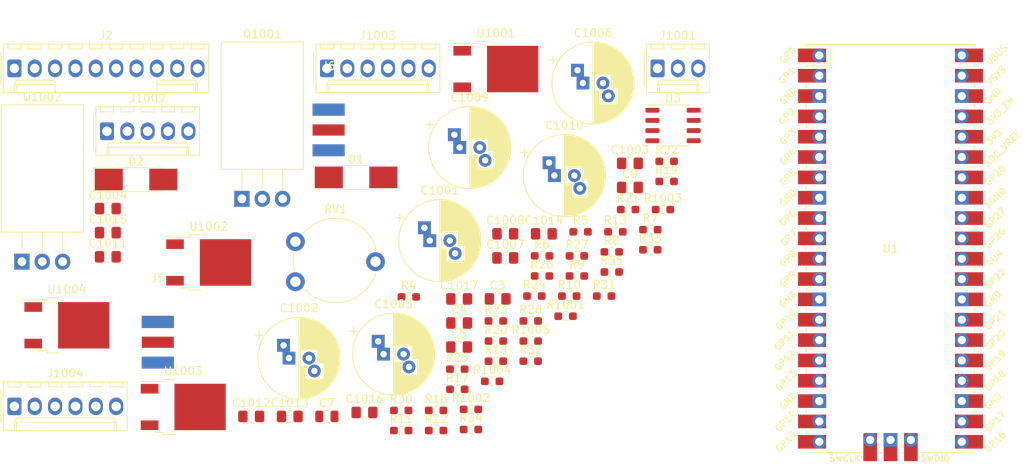
<source format=kicad_pcb>
(kicad_pcb (version 20171130) (host pcbnew "(5.1.12)-1")
  (layers (0 F.Cu signal) (31 B.Cu signal) (34 B.Paste user) (35 F.Paste user) (36 B.SilkS user) (37 F.SilkS user) (38 B.Mask user) (39 F.Mask user) (44 Edge.Cuts user))
  (net 0 "")
  (net 1 GND)
  (net 2 +5V)
  (net 3 +3V3)
  (net 4 "Net-(C6-Pad1)")
  (net 5 -5V)
  (net 6 "Net-(C1001-Pad1)")
  (net 7 "Net-(C1002-Pad1)")
  (net 8 +12V)
  (net 9 -12V)
  (net 10 "Net-(C1011-Pad1)")
  (net 11 "Net-(C1012-Pad1)")
  (net 12 "Net-(C1013-Pad1)")
  (net 13 "Net-(C1014-Pad1)")
  (net 14 "Net-(C1016-Pad1)")
  (net 15 "Net-(D1-Pad1)")
  (net 16 "Net-(D1-Pad2)")
  (net 17 "Net-(D2-Pad2)")
  (net 18 "Net-(D2-Pad1)")
  (net 19 "Net-(J2-Pad2)")
  (net 20 "Net-(J2-Pad3)")
  (net 21 "Net-(J2-Pad5)")
  (net 22 "Net-(J2-Pad6)")
  (net 23 "Net-(J2-Pad7)")
  (net 24 "Net-(J2-Pad8)")
  (net 25 "Net-(J2-Pad10)")
  (net 26 "Net-(J5-Pad1)")
  (net 27 "Net-(C13-Pad2)")
  (net 28 "Net-(J1004-Pad1)")
  (net 29 "Net-(J1004-Pad2)")
  (net 30 "Net-(J1004-Pad3)")
  (net 31 "Net-(J1004-Pad4)")
  (net 32 "Net-(J1004-Pad5)")
  (net 33 "Net-(J1004-Pad6)")
  (net 34 "Net-(Q1001-Pad1)")
  (net 35 "Net-(Q1002-Pad1)")
  (net 36 "Net-(C6-Pad2)")
  (net 37 "Net-(R4-Pad1)")
  (net 38 "Net-(R5-Pad1)")
  (net 39 "Net-(R16-Pad2)")
  (net 40 "Net-(R17-Pad2)")
  (net 41 "Net-(R6-Pad1)")
  (net 42 "Net-(R7-Pad1)")
  (net 43 "Net-(R18-Pad2)")
  (net 44 "Net-(R19-Pad2)")
  (net 45 "Net-(R8-Pad1)")
  (net 46 "Net-(R9-Pad1)")
  (net 47 "Net-(R20-Pad2)")
  (net 48 "Net-(R10-Pad2)")
  (net 49 "Net-(R10-Pad1)")
  (net 50 "Net-(R11-Pad1)")
  (net 51 "Net-(R11-Pad2)")
  (net 52 "Net-(R12-Pad2)")
  (net 53 "Net-(R12-Pad1)")
  (net 54 "Net-(R13-Pad1)")
  (net 55 "Net-(R13-Pad2)")
  (net 56 "Net-(R27-Pad1)")
  (net 57 "Net-(R28-Pad2)")
  (net 58 "Net-(J7-Pad1)")
  (net 59 "Net-(C13-Pad1)")
  (net 60 "Net-(U3-Pad1)")
  (net 61 "Net-(U3-Pad5)")
  (net 62 "Net-(U3-Pad8)")
  (net 63 "Net-(U1-Pad14)")
  (net 64 "Net-(U1-Pad29)")
  (net 65 "Net-(SW1-Pad2)")
  (net 66 "Net-(U1-Pad31)")
  (net 67 "Net-(U1-Pad32)")
  (net 68 "Net-(U1-Pad33)")
  (net 69 "Net-(U1-Pad34)")
  (net 70 "Net-(U1-Pad35)")
  (net 71 "Net-(U1-Pad37)")
  (net 72 "Net-(U1-Pad40)")
  (net 73 "Net-(U1-Pad41)")
  (net 74 "Net-(U1-Pad43)")
  (module Capacitor_SMD:C_0805_2012Metric_Pad1.18x1.45mm_HandSolder (layer F.Cu) (at 137.095001 102.235001)
    (fp_text reference C3 (at 0 -1.68) (layer F.SilkS))
    (fp_text value 100n)
    (pad 2 smd roundrect (at 1.0375 0) (size 1.175 1.45) (layers F.Cu F.Paste F.Mask) (roundrect_rratio 0.212766) (net 1 GND))
    (pad 1 smd roundrect (at -1.0375 0) (size 1.175 1.45) (layers F.Cu F.Paste F.Mask) (roundrect_rratio 0.212766) (net 2 +5V))
  )
  (module Capacitor_SMD:C_0805_2012Metric_Pad1.18x1.45mm_HandSolder (layer F.Cu) (at 132.285001 105.245001)
    (fp_text reference C4 (at 0 -1.68) (layer F.SilkS))
    (fp_text value 100n)
    (pad 1 smd roundrect (at -1.0375 0) (size 1.175 1.45) (layers F.Cu F.Paste F.Mask) (roundrect_rratio 0.212766) (net 3 +3V3))
    (pad 2 smd roundrect (at 1.0375 0) (size 1.175 1.45) (layers F.Cu F.Paste F.Mask) (roundrect_rratio 0.212766) (net 1 GND))
  )
  (module Capacitor_SMD:C_0805_2012Metric_Pad1.18x1.45mm_HandSolder (layer F.Cu) (at 132.285001 108.255001)
    (fp_text reference C5 (at 0 -1.68) (layer F.SilkS))
    (fp_text value 100n)
    (pad 2 smd roundrect (at 1.0375 0) (size 1.175 1.45) (layers F.Cu F.Paste F.Mask) (roundrect_rratio 0.212766) (net 1 GND))
    (pad 1 smd roundrect (at -1.0375 0) (size 1.175 1.45) (layers F.Cu F.Paste F.Mask) (roundrect_rratio 0.212766) (net 2 +5V))
  )
  (module Capacitor_SMD:C_0805_2012Metric (layer F.Cu) (at 115.785001 116.915001)
    (fp_text reference C7 (at 0 -1.68) (layer F.SilkS))
    (fp_text value 3.3p)
    (pad 1 smd roundrect (at -0.95 0) (size 1 1.45) (layers F.Cu F.Paste F.Mask) (net 4 "Net-(C6-Pad1)"))
    (pad 2 smd roundrect (at 0.95 0) (size 1 1.45) (layers F.Cu F.Paste F.Mask) (net 1 GND))
  )
  (module Capacitor_SMD:C_0805_2012Metric_Pad1.18x1.45mm_HandSolder (layer F.Cu) (at 153.595001 88.315001)
    (fp_text reference C9 (at 0 -1.68) (layer F.SilkS))
    (fp_text value 100n)
    (pad 1 smd roundrect (at -1.0375 0) (size 1.175 1.45) (layers F.Cu F.Paste F.Mask) (roundrect_rratio 0.212766) (net 1 GND))
    (pad 2 smd roundrect (at 1.0375 0) (size 1.175 1.45) (layers F.Cu F.Paste F.Mask) (roundrect_rratio 0.212766) (net 5 -5V))
  )
  (module Capacitor_THT:CP_Radial_D10.0mm_P2.50mm_P5.00mm (layer F.Cu) (at 128.619647 94.955001)
    (fp_text reference C1001 (at 1.25 -6.25) (layer F.SilkS))
    (fp_text value "100u 50V")
    (pad 2 thru_hole circle (at 3.170937 1.6) (size 1.6 1.6) (drill 0.8) (layers *.Cu *.Mask) (net 1 GND))
    (pad 1 thru_hole rect (at -0.670937 -1.6) (size 1.6 1.6) (drill 0.8) (layers *.Cu *.Mask) (net 6 "Net-(C1001-Pad1)"))
    (pad 2 thru_hole circle (at 2.5 0) (size 1.6 1.6) (drill 0.8) (layers *.Cu *.Mask) (net 1 GND))
    (pad 1 thru_hole rect (at 0 0) (size 1.6 1.6) (drill 0.8) (layers *.Cu *.Mask) (net 6 "Net-(C1001-Pad1)"))
  )
  (module Capacitor_THT:CP_Radial_D10.0mm_P2.50mm_P5.00mm (layer F.Cu) (at 111.049647 109.635001)
    (fp_text reference C1002 (at 1.25 -6.25) (layer F.SilkS))
    (fp_text value "100u 50V")
    (pad 2 thru_hole circle (at 3.170937 1.6) (size 1.6 1.6) (drill 0.8) (layers *.Cu *.Mask) (net 1 GND))
    (pad 1 thru_hole rect (at -0.670937 -1.6) (size 1.6 1.6) (drill 0.8) (layers *.Cu *.Mask) (net 7 "Net-(C1002-Pad1)"))
    (pad 2 thru_hole circle (at 2.5 0) (size 1.6 1.6) (drill 0.8) (layers *.Cu *.Mask) (net 1 GND))
    (pad 1 thru_hole rect (at 0 0) (size 1.6 1.6) (drill 0.8) (layers *.Cu *.Mask) (net 7 "Net-(C1002-Pad1)"))
  )
  (module Capacitor_SMD:C_0805_2012Metric_Pad1.18x1.45mm_HandSolder (layer F.Cu) (at 153.595001 85.305001)
    (fp_text reference C1003 (at 0 -1.68) (layer F.SilkS))
    (fp_text value 100n)
    (pad 2 smd roundrect (at 1.0375 0) (size 1.175 1.45) (layers F.Cu F.Paste F.Mask) (roundrect_rratio 0.212766) (net 1 GND))
    (pad 1 smd roundrect (at -1.0375 0) (size 1.175 1.45) (layers F.Cu F.Paste F.Mask) (roundrect_rratio 0.212766) (net 8 +12V))
  )
  (module Capacitor_SMD:C_0805_2012Metric_Pad1.18x1.45mm_HandSolder (layer F.Cu) (at 88.455001 90.955001)
    (fp_text reference C1004 (at 0 -1.68) (layer F.SilkS))
    (fp_text value 100n)
    (pad 1 smd roundrect (at -1.0375 0) (size 1.175 1.45) (layers F.Cu F.Paste F.Mask) (roundrect_rratio 0.212766) (net 1 GND))
    (pad 2 smd roundrect (at 1.0375 0) (size 1.175 1.45) (layers F.Cu F.Paste F.Mask) (roundrect_rratio 0.212766) (net 9 -12V))
  )
  (module Capacitor_THT:CP_Radial_D10.0mm_P2.50mm_P5.00mm (layer F.Cu) (at 122.859647 109.135001)
    (fp_text reference C1005 (at 1.25 -6.25) (layer F.SilkS))
    (fp_text value "100u 50V")
    (pad 1 thru_hole rect (at 0 0) (size 1.6 1.6) (drill 0.8) (layers *.Cu *.Mask) (net 8 +12V))
    (pad 2 thru_hole circle (at 2.5 0) (size 1.6 1.6) (drill 0.8) (layers *.Cu *.Mask) (net 1 GND))
    (pad 1 thru_hole rect (at -0.670937 -1.6) (size 1.6 1.6) (drill 0.8) (layers *.Cu *.Mask) (net 8 +12V))
    (pad 2 thru_hole circle (at 3.170937 1.6) (size 1.6 1.6) (drill 0.8) (layers *.Cu *.Mask) (net 1 GND))
  )
  (module Capacitor_THT:CP_Radial_D10.0mm_P2.50mm_P5.00mm (layer F.Cu) (at 147.729647 75.275001)
    (fp_text reference C1006 (at 1.25 -6.25) (layer F.SilkS))
    (fp_text value "100u 50V")
    (pad 1 thru_hole rect (at 0 0) (size 1.6 1.6) (drill 0.8) (layers *.Cu *.Mask) (net 9 -12V))
    (pad 2 thru_hole circle (at 2.5 0) (size 1.6 1.6) (drill 0.8) (layers *.Cu *.Mask) (net 1 GND))
    (pad 1 thru_hole rect (at -0.670937 -1.6) (size 1.6 1.6) (drill 0.8) (layers *.Cu *.Mask) (net 9 -12V))
    (pad 2 thru_hole circle (at 3.170937 1.6) (size 1.6 1.6) (drill 0.8) (layers *.Cu *.Mask) (net 1 GND))
  )
  (module Capacitor_SMD:C_0805_2012Metric_Pad1.18x1.45mm_HandSolder (layer F.Cu) (at 138.045001 97.115001)
    (fp_text reference C1007 (at 0 -1.68) (layer F.SilkS))
    (fp_text value 100n)
    (pad 1 smd roundrect (at -1.0375 0) (size 1.175 1.45) (layers F.Cu F.Paste F.Mask) (roundrect_rratio 0.212766) (net 2 +5V))
    (pad 2 smd roundrect (at 1.0375 0) (size 1.175 1.45) (layers F.Cu F.Paste F.Mask) (roundrect_rratio 0.212766) (net 1 GND))
  )
  (module Capacitor_SMD:C_0805_2012Metric_Pad1.18x1.45mm_HandSolder (layer F.Cu) (at 138.045001 94.105001)
    (fp_text reference C1008 (at 0 -1.68) (layer F.SilkS))
    (fp_text value 100n)
    (pad 2 smd roundrect (at 1.0375 0) (size 1.175 1.45) (layers F.Cu F.Paste F.Mask) (roundrect_rratio 0.212766) (net 5 -5V))
    (pad 1 smd roundrect (at -1.0375 0) (size 1.175 1.45) (layers F.Cu F.Paste F.Mask) (roundrect_rratio 0.212766) (net 1 GND))
  )
  (module Capacitor_THT:CP_Radial_D10.0mm_P2.50mm_P5.00mm (layer F.Cu) (at 132.359647 83.325001)
    (fp_text reference C1009 (at 1.25 -6.25) (layer F.SilkS))
    (fp_text value "100u 50V")
    (pad 2 thru_hole circle (at 3.170937 1.6) (size 1.6 1.6) (drill 0.8) (layers *.Cu *.Mask) (net 1 GND))
    (pad 1 thru_hole rect (at -0.670937 -1.6) (size 1.6 1.6) (drill 0.8) (layers *.Cu *.Mask) (net 2 +5V))
    (pad 2 thru_hole circle (at 2.5 0) (size 1.6 1.6) (drill 0.8) (layers *.Cu *.Mask) (net 1 GND))
    (pad 1 thru_hole rect (at 0 0) (size 1.6 1.6) (drill 0.8) (layers *.Cu *.Mask) (net 2 +5V))
  )
  (module Capacitor_THT:CP_Radial_D10.0mm_P2.50mm_P5.00mm (layer F.Cu) (at 144.169647 86.825001)
    (fp_text reference C1010 (at 1.25 -6.25) (layer F.SilkS))
    (fp_text value "100u 50V")
    (pad 1 thru_hole rect (at 0 0) (size 1.6 1.6) (drill 0.8) (layers *.Cu *.Mask) (net 5 -5V))
    (pad 2 thru_hole circle (at 2.5 0) (size 1.6 1.6) (drill 0.8) (layers *.Cu *.Mask) (net 1 GND))
    (pad 1 thru_hole rect (at -0.670937 -1.6) (size 1.6 1.6) (drill 0.8) (layers *.Cu *.Mask) (net 5 -5V))
    (pad 2 thru_hole circle (at 3.170937 1.6) (size 1.6 1.6) (drill 0.8) (layers *.Cu *.Mask) (net 1 GND))
  )
  (module Capacitor_SMD:C_0805_2012Metric_Pad1.18x1.45mm_HandSolder (layer F.Cu) (at 88.455001 96.975001)
    (fp_text reference C1011 (at 0 -1.68) (layer F.SilkS))
    (fp_text value 100n)
    (pad 1 smd roundrect (at -1.0375 0) (size 1.175 1.45) (layers F.Cu F.Paste F.Mask) (roundrect_rratio 0.212766) (net 10 "Net-(C1011-Pad1)"))
    (pad 2 smd roundrect (at 1.0375 0) (size 1.175 1.45) (layers F.Cu F.Paste F.Mask) (roundrect_rratio 0.212766) (net 1 GND))
  )
  (module Capacitor_SMD:C_0805_2012Metric_Pad1.18x1.45mm_HandSolder (layer F.Cu) (at 106.345001 116.915001)
    (fp_text reference C1012 (at 0 -1.68) (layer F.SilkS))
    (fp_text value 100n)
    (pad 2 smd roundrect (at 1.0375 0) (size 1.175 1.45) (layers F.Cu F.Paste F.Mask) (roundrect_rratio 0.212766) (net 1 GND))
    (pad 1 smd roundrect (at -1.0375 0) (size 1.175 1.45) (layers F.Cu F.Paste F.Mask) (roundrect_rratio 0.212766) (net 11 "Net-(C1012-Pad1)"))
  )
  (module Capacitor_SMD:C_0805_2012Metric_Pad1.18x1.45mm_HandSolder (layer F.Cu) (at 111.155001 116.915001)
    (fp_text reference C1013 (at 0 -1.68) (layer F.SilkS))
    (fp_text value 100n)
    (pad 1 smd roundrect (at -1.0375 0) (size 1.175 1.45) (layers F.Cu F.Paste F.Mask) (roundrect_rratio 0.212766) (net 12 "Net-(C1013-Pad1)"))
    (pad 2 smd roundrect (at 1.0375 0) (size 1.175 1.45) (layers F.Cu F.Paste F.Mask) (roundrect_rratio 0.212766) (net 1 GND))
  )
  (module Capacitor_SMD:C_0805_2012Metric_Pad1.18x1.45mm_HandSolder (layer F.Cu) (at 142.855001 94.105001)
    (fp_text reference C1014 (at 0 -1.68) (layer F.SilkS))
    (fp_text value 100n)
    (pad 1 smd roundrect (at -1.0375 0) (size 1.175 1.45) (layers F.Cu F.Paste F.Mask) (roundrect_rratio 0.212766) (net 13 "Net-(C1014-Pad1)"))
    (pad 2 smd roundrect (at 1.0375 0) (size 1.175 1.45) (layers F.Cu F.Paste F.Mask) (roundrect_rratio 0.212766) (net 1 GND))
  )
  (module Capacitor_SMD:C_0805_2012Metric_Pad1.18x1.45mm_HandSolder (layer F.Cu) (at 88.455001 93.965001)
    (fp_text reference C1015 (at 0 -1.68) (layer F.SilkS))
    (fp_text value 100n)
    (pad 2 smd roundrect (at 1.0375 0) (size 1.175 1.45) (layers F.Cu F.Paste F.Mask) (roundrect_rratio 0.212766) (net 1 GND))
    (pad 1 smd roundrect (at -1.0375 0) (size 1.175 1.45) (layers F.Cu F.Paste F.Mask) (roundrect_rratio 0.212766) (net 13 "Net-(C1014-Pad1)"))
  )
  (module Capacitor_SMD:C_0805_2012Metric_Pad1.18x1.45mm_HandSolder (layer F.Cu) (at 120.475001 116.415001)
    (fp_text reference C1016 (at 0 -1.68) (layer F.SilkS))
    (fp_text value 100n)
    (pad 1 smd roundrect (at -1.0375 0) (size 1.175 1.45) (layers F.Cu F.Paste F.Mask) (roundrect_rratio 0.212766) (net 14 "Net-(C1016-Pad1)"))
    (pad 2 smd roundrect (at 1.0375 0) (size 1.175 1.45) (layers F.Cu F.Paste F.Mask) (roundrect_rratio 0.212766) (net 1 GND))
  )
  (module Capacitor_SMD:C_0805_2012Metric_Pad1.18x1.45mm_HandSolder (layer F.Cu) (at 132.285001 102.235001)
    (fp_text reference C1017 (at 0 -1.68) (layer F.SilkS))
    (fp_text value 100n)
    (pad 2 smd roundrect (at 1.0375 0) (size 1.175 1.45) (layers F.Cu F.Paste F.Mask) (roundrect_rratio 0.212766) (net 1 GND))
    (pad 1 smd roundrect (at -1.0375 0) (size 1.175 1.45) (layers F.Cu F.Paste F.Mask) (roundrect_rratio 0.212766) (net 14 "Net-(C1016-Pad1)"))
  )
  (module Diode_SMD:D_MELF_Handsoldering (layer F.Cu) (at 119.425001 87.055001)
    (fp_text reference D1 (at 0 -2.25) (layer F.SilkS))
    (fp_text value 4148)
    (pad 1 smd rect (at -3.4 0) (size 3.5 2.7) (layers F.Cu F.Paste F.Mask) (net 15 "Net-(D1-Pad1)"))
    (pad 2 smd rect (at 3.4 0) (size 3.5 2.7) (layers F.Cu F.Paste F.Mask) (net 16 "Net-(D1-Pad2)"))
  )
  (module Diode_SMD:D_MELF_Handsoldering (layer F.Cu) (at 91.975001 87.325001)
    (fp_text reference D2 (at 0 -2.25) (layer F.SilkS))
    (fp_text value 4148)
    (pad 2 smd rect (at 3.4 0) (size 3.5 2.7) (layers F.Cu F.Paste F.Mask) (net 17 "Net-(D2-Pad2)"))
    (pad 1 smd rect (at -3.4 0) (size 3.5 2.7) (layers F.Cu F.Paste F.Mask) (net 18 "Net-(D2-Pad1)"))
  )
  (module Connector_Molex:Molex_KK-254_AE-6410-10A_1x10_P2.54mm_Vertical (layer F.Cu) (at 76.795001 73.445001)
    (fp_text reference J2 (at 11.43 -4.12) (layer F.SilkS))
    (fp_text value "Conn afficheur")
    (pad 1 thru_hole roundrect (at 0 0) (size 1.74 2.19) (drill 1.19) (layers *.Cu *.Mask) (roundrect_rratio 0.143678) (net 2 +5V))
    (pad 2 thru_hole oval (at 2.54 0) (size 1.74 2.19) (drill 1.19) (layers *.Cu *.Mask) (net 19 "Net-(J2-Pad2)"))
    (pad 3 thru_hole oval (at 5.08 0) (size 1.74 2.19) (drill 1.19) (layers *.Cu *.Mask) (net 20 "Net-(J2-Pad3)"))
    (pad 4 thru_hole oval (at 7.62 0) (size 1.74 2.19) (drill 1.19) (layers *.Cu *.Mask) (net 1 GND))
    (pad 5 thru_hole oval (at 10.16 0) (size 1.74 2.19) (drill 1.19) (layers *.Cu *.Mask) (net 21 "Net-(J2-Pad5)"))
    (pad 6 thru_hole oval (at 12.7 0) (size 1.74 2.19) (drill 1.19) (layers *.Cu *.Mask) (net 22 "Net-(J2-Pad6)"))
    (pad 7 thru_hole oval (at 15.24 0) (size 1.74 2.19) (drill 1.19) (layers *.Cu *.Mask) (net 23 "Net-(J2-Pad7)"))
    (pad 8 thru_hole oval (at 17.78 0) (size 1.74 2.19) (drill 1.19) (layers *.Cu *.Mask) (net 24 "Net-(J2-Pad8)"))
    (pad 9 thru_hole oval (at 20.32 0) (size 1.74 2.19) (drill 1.19) (layers *.Cu *.Mask) (net 3 +3V3))
    (pad 10 thru_hole oval (at 22.86 0) (size 1.74 2.19) (drill 1.19) (layers *.Cu *.Mask) (net 25 "Net-(J2-Pad10)"))
  )
  (module SMA_PINS:SMA_EDGE_NRW (layer F.Cu) (at 94.69 107.65)
    (fp_text reference J5 (at 0 -8) (layer F.SilkS))
    (fp_text value SMA hide)
    (pad 1 smd rect (at 0 0) (size 4 1.4) (layers F.Cu F.Paste F.Mask) (net 26 "Net-(J5-Pad1)"))
    (pad 2 smd rect (at 0 -2.54) (size 4 1.5) (layers F.Cu F.Paste F.Mask) (net 1 GND))
    (pad 2 smd rect (at 0 2.54) (size 4 1.5) (layers F.Cu F.Paste F.Mask) (net 1 GND))
    (pad 2 smd rect (at 0 -2.54) (size 4 1.5) (layers B.Cu B.Paste B.Mask) (net 1 GND))
    (pad 2 smd rect (at 0 2.54) (size 4 1.5) (layers B.Cu B.Paste B.Mask) (net 1 GND))
  )
  (module SMA_PINS:SMA_EDGE_NRW (layer F.Cu) (at 116 81.14)
    (fp_text reference J6 (at 0 -8) (layer F.SilkS))
    (fp_text value SMA hide)
    (pad 2 smd rect (at 0 2.54) (size 4 1.5) (layers B.Cu B.Paste B.Mask) (net 1 GND))
    (pad 2 smd rect (at 0 -2.54) (size 4 1.5) (layers B.Cu B.Paste B.Mask) (net 1 GND))
    (pad 2 smd rect (at 0 2.54) (size 4 1.5) (layers F.Cu F.Paste F.Mask) (net 1 GND))
    (pad 2 smd rect (at 0 -2.54) (size 4 1.5) (layers F.Cu F.Paste F.Mask) (net 1 GND))
    (pad 1 smd rect (at 0 0) (size 4 1.4) (layers F.Cu F.Paste F.Mask) (net 27 "Net-(C13-Pad2)"))
  )
  (module Connector_Molex:Molex_KK-254_AE-6410-03A_1x03_P2.54mm_Vertical (layer F.Cu) (at 157.045001 73.445001)
    (fp_text reference J1001 (at 2.54 -4.12) (layer F.SilkS))
    (fp_text value Conn_01x03)
    (pad 1 thru_hole roundrect (at 0 0) (size 1.74 2.19) (drill 1.19) (layers *.Cu *.Mask) (roundrect_rratio 0.143678) (net 7 "Net-(C1002-Pad1)"))
    (pad 2 thru_hole oval (at 2.54 0) (size 1.74 2.19) (drill 1.19) (layers *.Cu *.Mask) (net 1 GND))
    (pad 3 thru_hole oval (at 5.08 0) (size 1.74 2.19) (drill 1.19) (layers *.Cu *.Mask) (net 6 "Net-(C1001-Pad1)"))
  )
  (module Connector_Molex:Molex_KK-254_AE-6410-05A_1x05_P2.54mm_Vertical (layer F.Cu) (at 88.345001 81.295001)
    (fp_text reference J1002 (at 5.08 -4.12) (layer F.SilkS))
    (fp_text value Conn_01x05)
    (pad 1 thru_hole roundrect (at 0 0) (size 1.74 2.19) (drill 1.19) (layers *.Cu *.Mask) (roundrect_rratio 0.143678) (net 9 -12V))
    (pad 2 thru_hole oval (at 2.54 0) (size 1.74 2.19) (drill 1.19) (layers *.Cu *.Mask) (net 5 -5V))
    (pad 3 thru_hole oval (at 5.08 0) (size 1.74 2.19) (drill 1.19) (layers *.Cu *.Mask) (net 1 GND))
    (pad 4 thru_hole oval (at 7.62 0) (size 1.74 2.19) (drill 1.19) (layers *.Cu *.Mask) (net 2 +5V))
    (pad 5 thru_hole oval (at 10.16 0) (size 1.74 2.19) (drill 1.19) (layers *.Cu *.Mask) (net 8 +12V))
  )
  (module Connector_Molex:Molex_KK-254_AE-6410-06A_1x06_P2.54mm_Vertical (layer F.Cu) (at 115.795001 73.445001)
    (fp_text reference J1003 (at 6.35 -4.12) (layer F.SilkS))
    (fp_text value Conn_01x06)
    (pad 6 thru_hole oval (at 12.7 0) (size 1.74 2.19) (drill 1.19) (layers *.Cu *.Mask) (net 1 GND))
    (pad 5 thru_hole oval (at 10.16 0) (size 1.74 2.19) (drill 1.19) (layers *.Cu *.Mask) (net 14 "Net-(C1016-Pad1)"))
    (pad 4 thru_hole oval (at 7.62 0) (size 1.74 2.19) (drill 1.19) (layers *.Cu *.Mask) (net 13 "Net-(C1014-Pad1)"))
    (pad 3 thru_hole oval (at 5.08 0) (size 1.74 2.19) (drill 1.19) (layers *.Cu *.Mask) (net 12 "Net-(C1013-Pad1)"))
    (pad 2 thru_hole oval (at 2.54 0) (size 1.74 2.19) (drill 1.19) (layers *.Cu *.Mask) (net 11 "Net-(C1012-Pad1)"))
    (pad 1 thru_hole roundrect (at 0 0) (size 1.74 2.19) (drill 1.19) (layers *.Cu *.Mask) (roundrect_rratio 0.143678) (net 10 "Net-(C1011-Pad1)"))
  )
  (module Connector_Molex:Molex_KK-254_AE-6410-06A_1x06_P2.54mm_Vertical (layer F.Cu) (at 76.795001 115.655001)
    (fp_text reference J1004 (at 6.35 -4.12) (layer F.SilkS))
    (fp_text value Conn_01x06)
    (pad 1 thru_hole roundrect (at 0 0) (size 1.74 2.19) (drill 1.19) (layers *.Cu *.Mask) (roundrect_rratio 0.143678) (net 28 "Net-(J1004-Pad1)"))
    (pad 2 thru_hole oval (at 2.54 0) (size 1.74 2.19) (drill 1.19) (layers *.Cu *.Mask) (net 29 "Net-(J1004-Pad2)"))
    (pad 3 thru_hole oval (at 5.08 0) (size 1.74 2.19) (drill 1.19) (layers *.Cu *.Mask) (net 30 "Net-(J1004-Pad3)"))
    (pad 4 thru_hole oval (at 7.62 0) (size 1.74 2.19) (drill 1.19) (layers *.Cu *.Mask) (net 31 "Net-(J1004-Pad4)"))
    (pad 5 thru_hole oval (at 10.16 0) (size 1.74 2.19) (drill 1.19) (layers *.Cu *.Mask) (net 32 "Net-(J1004-Pad5)"))
    (pad 6 thru_hole oval (at 12.7 0) (size 1.74 2.19) (drill 1.19) (layers *.Cu *.Mask) (net 33 "Net-(J1004-Pad6)"))
  )
  (module Package_TO_SOT_THT:TO-220-3_Horizontal_TabDown (layer F.Cu) (at 105.185001 89.735001)
    (fp_text reference Q1001 (at 2.54 -20.58) (layer F.SilkS))
    (fp_text value NTE2633)
    (pad 3 thru_hole oval (at 5.08 0) (size 1.905 2) (drill 1.1) (layers *.Cu *.Mask) (net 16 "Net-(D1-Pad2)"))
    (pad 2 thru_hole oval (at 2.54 0) (size 1.905 2) (drill 1.1) (layers *.Cu *.Mask) (net 8 +12V))
    (pad 1 thru_hole rect (at 0 0) (size 1.905 2) (drill 1.1) (layers *.Cu *.Mask) (net 34 "Net-(Q1001-Pad1)"))
    (pad "" np_thru_hole oval (at 2.54 -16.66) (size 3.5 3.5) (drill 3.5) (layers *.Cu *.Mask))
  )
  (module Package_TO_SOT_THT:TO-220-3_Horizontal_TabDown (layer F.Cu) (at 77.735001 97.585001)
    (fp_text reference Q1002 (at 2.54 -20.58) (layer F.SilkS))
    (fp_text value NTE2634)
    (pad "" np_thru_hole oval (at 2.54 -16.66) (size 3.5 3.5) (drill 3.5) (layers *.Cu *.Mask))
    (pad 1 thru_hole rect (at 0 0) (size 1.905 2) (drill 1.1) (layers *.Cu *.Mask) (net 35 "Net-(Q1002-Pad1)"))
    (pad 2 thru_hole oval (at 2.54 0) (size 1.905 2) (drill 1.1) (layers *.Cu *.Mask) (net 9 -12V))
    (pad 3 thru_hole oval (at 5.08 0) (size 1.905 2) (drill 1.1) (layers *.Cu *.Mask) (net 18 "Net-(D2-Pad1)"))
  )
  (module Resistor_SMD:R_0603_1608Metric_Pad0.98x0.95mm_HandSolder (layer F.Cu) (at 126.005001 101.985001)
    (fp_text reference R4 (at 0 -1.43) (layer F.SilkS))
    (fp_text value 2k)
    (pad 2 smd roundrect (at 0.9125 0) (size 0.975 0.95) (layers F.Cu F.Paste F.Mask) (net 36 "Net-(C6-Pad2)"))
    (pad 1 smd roundrect (at -0.9125 0) (size 0.975 0.95) (layers F.Cu F.Paste F.Mask) (net 37 "Net-(R4-Pad1)"))
  )
  (module Resistor_SMD:R_0603_1608Metric_Pad0.98x0.95mm_HandSolder (layer F.Cu) (at 147.435001 93.855001)
    (fp_text reference R5 (at 0 -1.43) (layer F.SilkS))
    (fp_text value 2k)
    (pad 1 smd roundrect (at -0.9125 0) (size 0.975 0.95) (layers F.Cu F.Paste F.Mask) (net 38 "Net-(R5-Pad1)"))
    (pad 2 smd roundrect (at 0.9125 0) (size 0.975 0.95) (layers F.Cu F.Paste F.Mask) (net 39 "Net-(R16-Pad2)"))
  )
  (module Resistor_SMD:R_0603_1608Metric_Pad0.98x0.95mm_HandSolder (layer F.Cu) (at 142.625001 96.865001)
    (fp_text reference R6 (at 0 -1.43) (layer F.SilkS))
    (fp_text value 2k)
    (pad 2 smd roundrect (at 0.9125 0) (size 0.975 0.95) (layers F.Cu F.Paste F.Mask) (net 40 "Net-(R17-Pad2)"))
    (pad 1 smd roundrect (at -0.9125 0) (size 0.975 0.95) (layers F.Cu F.Paste F.Mask) (net 41 "Net-(R6-Pad1)"))
  )
  (module Resistor_SMD:R_0603_1608Metric_Pad0.98x0.95mm_HandSolder (layer F.Cu) (at 156.135001 93.585001)
    (fp_text reference R7 (at 0 -1.43) (layer F.SilkS))
    (fp_text value 2k)
    (pad 1 smd roundrect (at -0.9125 0) (size 0.975 0.95) (layers F.Cu F.Paste F.Mask) (net 42 "Net-(R7-Pad1)"))
    (pad 2 smd roundrect (at 0.9125 0) (size 0.975 0.95) (layers F.Cu F.Paste F.Mask) (net 43 "Net-(R18-Pad2)"))
  )
  (module Resistor_SMD:R_0603_1608Metric_Pad0.98x0.95mm_HandSolder (layer F.Cu) (at 151.325001 96.365001)
    (fp_text reference R8 (at 0 -1.43) (layer F.SilkS))
    (fp_text value 2k)
    (pad 2 smd roundrect (at 0.9125 0) (size 0.975 0.95) (layers F.Cu F.Paste F.Mask) (net 44 "Net-(R19-Pad2)"))
    (pad 1 smd roundrect (at -0.9125 0) (size 0.975 0.95) (layers F.Cu F.Paste F.Mask) (net 45 "Net-(R8-Pad1)"))
  )
  (module Resistor_SMD:R_0603_1608Metric_Pad0.98x0.95mm_HandSolder (layer F.Cu) (at 146.975001 99.375001)
    (fp_text reference R9 (at 0 -1.43) (layer F.SilkS))
    (fp_text value 2k)
    (pad 1 smd roundrect (at -0.9125 0) (size 0.975 0.95) (layers F.Cu F.Paste F.Mask) (net 46 "Net-(R9-Pad1)"))
    (pad 2 smd roundrect (at 0.9125 0) (size 0.975 0.95) (layers F.Cu F.Paste F.Mask) (net 47 "Net-(R20-Pad2)"))
  )
  (module Resistor_SMD:R_0603_1608Metric_Pad0.98x0.95mm_HandSolder (layer F.Cu) (at 146.025001 101.885001)
    (fp_text reference R10 (at 0 -1.43) (layer F.SilkS))
    (fp_text value 2k)
    (pad 2 smd roundrect (at 0.9125 0) (size 0.975 0.95) (layers F.Cu F.Paste F.Mask) (net 48 "Net-(R10-Pad2)"))
    (pad 1 smd roundrect (at -0.9125 0) (size 0.975 0.95) (layers F.Cu F.Paste F.Mask) (net 49 "Net-(R10-Pad1)"))
  )
  (module Resistor_SMD:R_0603_1608Metric_Pad0.98x0.95mm_HandSolder (layer F.Cu) (at 125.055001 118.675001)
    (fp_text reference R11 (at 0 -1.43) (layer F.SilkS))
    (fp_text value 2k)
    (pad 1 smd roundrect (at -0.9125 0) (size 0.975 0.95) (layers F.Cu F.Paste F.Mask) (net 50 "Net-(R11-Pad1)"))
    (pad 2 smd roundrect (at 0.9125 0) (size 0.975 0.95) (layers F.Cu F.Paste F.Mask) (net 51 "Net-(R11-Pad2)"))
  )
  (module Resistor_SMD:R_0603_1608Metric_Pad0.98x0.95mm_HandSolder (layer F.Cu) (at 129.405001 118.675001)
    (fp_text reference R12 (at 0 -1.43) (layer F.SilkS))
    (fp_text value 2k)
    (pad 2 smd roundrect (at 0.9125 0) (size 0.975 0.95) (layers F.Cu F.Paste F.Mask) (net 52 "Net-(R12-Pad2)"))
    (pad 1 smd roundrect (at -0.9125 0) (size 0.975 0.95) (layers F.Cu F.Paste F.Mask) (net 53 "Net-(R12-Pad1)"))
  )
  (module Resistor_SMD:R_0603_1608Metric_Pad0.98x0.95mm_HandSolder (layer F.Cu) (at 151.785001 93.855001)
    (fp_text reference R13 (at 0 -1.43) (layer F.SilkS))
    (fp_text value 2k)
    (pad 1 smd roundrect (at -0.9125 0) (size 0.975 0.95) (layers F.Cu F.Paste F.Mask) (net 54 "Net-(R13-Pad1)"))
    (pad 2 smd roundrect (at 0.9125 0) (size 0.975 0.95) (layers F.Cu F.Paste F.Mask) (net 55 "Net-(R13-Pad2)"))
  )
  (module Resistor_SMD:R_0603_1608Metric_Pad0.98x0.95mm_HandSolder (layer F.Cu) (at 129.405001 116.165001)
    (fp_text reference R16 (at 0 -1.43) (layer F.SilkS))
    (fp_text value 1k)
    (pad 2 smd roundrect (at 0.9125 0) (size 0.975 0.95) (layers F.Cu F.Paste F.Mask) (net 39 "Net-(R16-Pad2)"))
    (pad 1 smd roundrect (at -0.9125 0) (size 0.975 0.95) (layers F.Cu F.Paste F.Mask) (net 36 "Net-(C6-Pad2)"))
  )
  (module Resistor_SMD:R_0603_1608Metric_Pad0.98x0.95mm_HandSolder (layer F.Cu) (at 132.055001 113.525001)
    (fp_text reference R17 (at 0 -1.43) (layer F.SilkS))
    (fp_text value 1k)
    (pad 2 smd roundrect (at 0.9125 0) (size 0.975 0.95) (layers F.Cu F.Paste F.Mask) (net 40 "Net-(R17-Pad2)"))
    (pad 1 smd roundrect (at -0.9125 0) (size 0.975 0.95) (layers F.Cu F.Paste F.Mask) (net 39 "Net-(R16-Pad2)"))
  )
  (module Resistor_SMD:R_0603_1608Metric_Pad0.98x0.95mm_HandSolder (layer F.Cu) (at 136.865001 110.015001)
    (fp_text reference R18 (at 0 -1.43) (layer F.SilkS))
    (fp_text value 1k)
    (pad 1 smd roundrect (at -0.9125 0) (size 0.975 0.95) (layers F.Cu F.Paste F.Mask) (net 40 "Net-(R17-Pad2)"))
    (pad 2 smd roundrect (at 0.9125 0) (size 0.975 0.95) (layers F.Cu F.Paste F.Mask) (net 43 "Net-(R18-Pad2)"))
  )
  (module Resistor_SMD:R_0603_1608Metric_Pad0.98x0.95mm_HandSolder (layer F.Cu) (at 158.175001 87.565001)
    (fp_text reference R19 (at 0 -1.43) (layer F.SilkS))
    (fp_text value 1k)
    (pad 2 smd roundrect (at 0.9125 0) (size 0.975 0.95) (layers F.Cu F.Paste F.Mask) (net 44 "Net-(R19-Pad2)"))
    (pad 1 smd roundrect (at -0.9125 0) (size 0.975 0.95) (layers F.Cu F.Paste F.Mask) (net 43 "Net-(R18-Pad2)"))
  )
  (module Resistor_SMD:R_0603_1608Metric_Pad0.98x0.95mm_HandSolder (layer F.Cu) (at 136.865001 107.505001)
    (fp_text reference R20 (at 0 -1.43) (layer F.SilkS))
    (fp_text value 1k)
    (pad 1 smd roundrect (at -0.9125 0) (size 0.975 0.95) (layers F.Cu F.Paste F.Mask) (net 44 "Net-(R19-Pad2)"))
    (pad 2 smd roundrect (at 0.9125 0) (size 0.975 0.95) (layers F.Cu F.Paste F.Mask) (net 47 "Net-(R20-Pad2)"))
  )
  (module Resistor_SMD:R_0603_1608Metric_Pad0.98x0.95mm_HandSolder (layer F.Cu) (at 153.365001 91.075001)
    (fp_text reference R21 (at 0 -1.43) (layer F.SilkS))
    (fp_text value 1k)
    (pad 2 smd roundrect (at 0.9125 0) (size 0.975 0.95) (layers F.Cu F.Paste F.Mask) (net 48 "Net-(R10-Pad2)"))
    (pad 1 smd roundrect (at -0.9125 0) (size 0.975 0.95) (layers F.Cu F.Paste F.Mask) (net 47 "Net-(R20-Pad2)"))
  )
  (module Resistor_SMD:R_0603_1608Metric_Pad0.98x0.95mm_HandSolder (layer F.Cu) (at 158.175001 85.055001)
    (fp_text reference R22 (at 0 -1.43) (layer F.SilkS))
    (fp_text value 1k)
    (pad 1 smd roundrect (at -0.9125 0) (size 0.975 0.95) (layers F.Cu F.Paste F.Mask) (net 48 "Net-(R10-Pad2)"))
    (pad 2 smd roundrect (at 0.9125 0) (size 0.975 0.95) (layers F.Cu F.Paste F.Mask) (net 51 "Net-(R11-Pad2)"))
  )
  (module Resistor_SMD:R_0603_1608Metric_Pad0.98x0.95mm_HandSolder (layer F.Cu) (at 136.865001 104.995001)
    (fp_text reference R23 (at 0 -1.43) (layer F.SilkS))
    (fp_text value 1k)
    (pad 2 smd roundrect (at 0.9125 0) (size 0.975 0.95) (layers F.Cu F.Paste F.Mask) (net 52 "Net-(R12-Pad2)"))
    (pad 1 smd roundrect (at -0.9125 0) (size 0.975 0.95) (layers F.Cu F.Paste F.Mask) (net 51 "Net-(R11-Pad2)"))
  )
  (module Resistor_SMD:R_0603_1608Metric_Pad0.98x0.95mm_HandSolder (layer F.Cu) (at 141.675001 101.885001)
    (fp_text reference R24 (at 0 -1.43) (layer F.SilkS))
    (fp_text value 1k)
    (pad 1 smd roundrect (at -0.9125 0) (size 0.975 0.95) (layers F.Cu F.Paste F.Mask) (net 52 "Net-(R12-Pad2)"))
    (pad 2 smd roundrect (at 0.9125 0) (size 0.975 0.95) (layers F.Cu F.Paste F.Mask) (net 55 "Net-(R13-Pad2)"))
  )
  (module Resistor_SMD:R_0603_1608Metric_Pad0.98x0.95mm_HandSolder (layer F.Cu) (at 132.055001 111.015001)
    (fp_text reference R25 (at 0 -1.43) (layer F.SilkS))
    (fp_text value 2k)
    (pad 2 smd roundrect (at 0.9125 0) (size 0.975 0.95) (layers F.Cu F.Paste F.Mask) (net 1 GND))
    (pad 1 smd roundrect (at -0.9125 0) (size 0.975 0.95) (layers F.Cu F.Paste F.Mask) (net 55 "Net-(R13-Pad2)"))
  )
  (module Resistor_SMD:R_0603_1608Metric_Pad0.98x0.95mm_HandSolder (layer F.Cu) (at 142.625001 99.375001)
    (fp_text reference R26 (at 0 -1.43) (layer F.SilkS))
    (fp_text value 20k)
    (pad 1 smd roundrect (at -0.9125 0) (size 0.975 0.95) (layers F.Cu F.Paste F.Mask) (net 4 "Net-(C6-Pad1)"))
    (pad 2 smd roundrect (at 0.9125 0) (size 0.975 0.95) (layers F.Cu F.Paste F.Mask) (net 1 GND))
  )
  (module Resistor_SMD:R_0603_1608Metric_Pad0.98x0.95mm_HandSolder (layer F.Cu) (at 146.975001 96.865001)
    (fp_text reference R27 (at 0 -1.43) (layer F.SilkS))
    (fp_text value 680R)
    (pad 2 smd roundrect (at 0.9125 0) (size 0.975 0.95) (layers F.Cu F.Paste F.Mask) (net 1 GND))
    (pad 1 smd roundrect (at -0.9125 0) (size 0.975 0.95) (layers F.Cu F.Paste F.Mask) (net 56 "Net-(R27-Pad1)"))
  )
  (module Resistor_SMD:R_0603_1608Metric_Pad0.98x0.95mm_HandSolder (layer F.Cu) (at 141.215001 104.995001)
    (fp_text reference R28 (at 0 -1.43) (layer F.SilkS))
    (fp_text value 680R)
    (pad 1 smd roundrect (at -0.9125 0) (size 0.975 0.95) (layers F.Cu F.Paste F.Mask) (net 56 "Net-(R27-Pad1)"))
    (pad 2 smd roundrect (at 0.9125 0) (size 0.975 0.95) (layers F.Cu F.Paste F.Mask) (net 57 "Net-(R28-Pad2)"))
  )
  (module Resistor_SMD:R_0603_1608Metric_Pad0.98x0.95mm_HandSolder (layer F.Cu) (at 125.055001 116.165001)
    (fp_text reference R30 (at 0 -1.43) (layer F.SilkS))
    (fp_text value 27R)
    (pad 2 smd roundrect (at 0.9125 0) (size 0.975 0.95) (layers F.Cu F.Paste F.Mask) (net 15 "Net-(D1-Pad1)"))
    (pad 1 smd roundrect (at -0.9125 0) (size 0.975 0.95) (layers F.Cu F.Paste F.Mask) (net 57 "Net-(R28-Pad2)"))
  )
  (module Resistor_SMD:R_0603_1608Metric_Pad0.98x0.95mm_HandSolder (layer F.Cu) (at 150.375001 101.885001)
    (fp_text reference R31 (at 0 -1.43) (layer F.SilkS))
    (fp_text value 1k)
    (pad 2 smd roundrect (at 0.9125 0) (size 0.975 0.95) (layers F.Cu F.Paste F.Mask) (net 16 "Net-(D1-Pad2)"))
    (pad 1 smd roundrect (at -0.9125 0) (size 0.975 0.95) (layers F.Cu F.Paste F.Mask) (net 8 +12V))
  )
  (module Resistor_SMD:R_0603_1608Metric_Pad0.98x0.95mm_HandSolder (layer F.Cu) (at 141.215001 110.015001)
    (fp_text reference R32 (at 0 -1.43) (layer F.SilkS))
    (fp_text value 1k)
    (pad 1 smd roundrect (at -0.9125 0) (size 0.975 0.95) (layers F.Cu F.Paste F.Mask) (net 18 "Net-(D2-Pad1)"))
    (pad 2 smd roundrect (at 0.9125 0) (size 0.975 0.95) (layers F.Cu F.Paste F.Mask) (net 9 -12V))
  )
  (module Resistor_SMD:R_0603_1608Metric_Pad0.98x0.95mm_HandSolder (layer F.Cu) (at 156.135001 96.095001)
    (fp_text reference R33 (at 0 -1.43) (layer F.SilkS))
    (fp_text value 3R3)
    (pad 1 smd roundrect (at -0.9125 0) (size 0.975 0.95) (layers F.Cu F.Paste F.Mask) (net 34 "Net-(Q1001-Pad1)"))
    (pad 2 smd roundrect (at 0.9125 0) (size 0.975 0.95) (layers F.Cu F.Paste F.Mask) (net 26 "Net-(J5-Pad1)"))
  )
  (module Resistor_SMD:R_0603_1608Metric_Pad0.98x0.95mm_HandSolder (layer F.Cu) (at 133.755001 118.545001)
    (fp_text reference R34 (at 0 -1.43) (layer F.SilkS))
    (fp_text value 3R3)
    (pad 2 smd roundrect (at 0.9125 0) (size 0.975 0.95) (layers F.Cu F.Paste F.Mask) (net 35 "Net-(Q1002-Pad1)"))
    (pad 1 smd roundrect (at -0.9125 0) (size 0.975 0.95) (layers F.Cu F.Paste F.Mask) (net 26 "Net-(J5-Pad1)"))
  )
  (module Resistor_SMD:R_0603_1608Metric_Pad0.98x0.95mm_HandSolder (layer F.Cu) (at 151.325001 98.875001)
    (fp_text reference R35 (at 0 -1.43) (layer F.SilkS))
    (fp_text value 47R)
    (pad 1 smd roundrect (at -0.9125 0) (size 0.975 0.95) (layers F.Cu F.Paste F.Mask) (net 58 "Net-(J7-Pad1)"))
    (pad 2 smd roundrect (at 0.9125 0) (size 0.975 0.95) (layers F.Cu F.Paste F.Mask) (net 59 "Net-(C13-Pad1)"))
  )
  (module Resistor_SMD:R_0603_1608Metric_Pad0.98x0.95mm_HandSolder (layer F.Cu) (at 145.565001 104.395001)
    (fp_text reference R1001 (at 0 -1.43) (layer F.SilkS))
    (fp_text value 1k)
    (pad 1 smd roundrect (at -0.9125 0) (size 0.975 0.95) (layers F.Cu F.Paste F.Mask) (net 14 "Net-(C1016-Pad1)"))
    (pad 2 smd roundrect (at 0.9125 0) (size 0.975 0.95) (layers F.Cu F.Paste F.Mask) (net 3 +3V3))
  )
  (module Resistor_SMD:R_0603_1608Metric_Pad0.98x0.95mm_HandSolder (layer F.Cu) (at 133.755001 116.035001)
    (fp_text reference R1002 (at 0 -1.43) (layer F.SilkS))
    (fp_text value 1k)
    (pad 2 smd roundrect (at 0.9125 0) (size 0.975 0.95) (layers F.Cu F.Paste F.Mask) (net 3 +3V3))
    (pad 1 smd roundrect (at -0.9125 0) (size 0.975 0.95) (layers F.Cu F.Paste F.Mask) (net 13 "Net-(C1014-Pad1)"))
  )
  (module Resistor_SMD:R_0603_1608Metric_Pad0.98x0.95mm_HandSolder (layer F.Cu) (at 157.715001 91.075001)
    (fp_text reference R1003 (at 0 -1.43) (layer F.SilkS))
    (fp_text value 1k)
    (pad 1 smd roundrect (at -0.9125 0) (size 0.975 0.95) (layers F.Cu F.Paste F.Mask) (net 12 "Net-(C1013-Pad1)"))
    (pad 2 smd roundrect (at 0.9125 0) (size 0.975 0.95) (layers F.Cu F.Paste F.Mask) (net 3 +3V3))
  )
  (module Resistor_SMD:R_0603_1608Metric_Pad0.98x0.95mm_HandSolder (layer F.Cu) (at 136.405001 112.525001)
    (fp_text reference R1004 (at 0 -1.43) (layer F.SilkS))
    (fp_text value 1k)
    (pad 2 smd roundrect (at 0.9125 0) (size 0.975 0.95) (layers F.Cu F.Paste F.Mask) (net 3 +3V3))
    (pad 1 smd roundrect (at -0.9125 0) (size 0.975 0.95) (layers F.Cu F.Paste F.Mask) (net 11 "Net-(C1012-Pad1)"))
  )
  (module Resistor_SMD:R_0603_1608Metric_Pad0.98x0.95mm_HandSolder (layer F.Cu) (at 141.215001 107.505001)
    (fp_text reference R1005 (at 0 -1.43) (layer F.SilkS))
    (fp_text value 1k)
    (pad 1 smd roundrect (at -0.9125 0) (size 0.975 0.95) (layers F.Cu F.Paste F.Mask) (net 10 "Net-(C1011-Pad1)"))
    (pad 2 smd roundrect (at 0.9125 0) (size 0.975 0.95) (layers F.Cu F.Paste F.Mask) (net 3 +3V3))
  )
  (module Potentiometer_THT:Potentiometer_Piher_PT-10-V10_Vertical_Hole (layer F.Cu) (at 111.855001 100.085001)
    (fp_text reference RV1 (at 5 -9.05) (layer F.SilkS))
    (fp_text value 100R)
    (pad 3 thru_hole circle (at 0 -5) (size 2.34 2.34) (drill 1.3) (layers *.Cu *.Mask) (net 17 "Net-(D2-Pad2)"))
    (pad 2 thru_hole circle (at 10 -2.5) (size 2.34 2.34) (drill 1.3) (layers *.Cu *.Mask) (net 17 "Net-(D2-Pad2)"))
    (pad 1 thru_hole circle (at 0 0) (size 2.34 2.34) (drill 1.3) (layers *.Cu *.Mask) (net 15 "Net-(D1-Pad1)"))
    (pad "" np_thru_hole circle (at 5 -2.65) (size 4 4) (drill 4) (layers *.Cu *.Mask))
  )
  (module Package_SO:SO-8_3.9x4.9mm_P1.27mm (layer F.Cu) (at 158.975001 80.575001)
    (fp_text reference U3 (at 0 -3.4) (layer F.SilkS))
    (fp_text value AD8055ARZ)
    (pad 1 smd roundrect (at -2.575 -1.905) (size 1.75 0.6) (layers F.Cu F.Paste F.Mask) (net 60 "Net-(U3-Pad1)"))
    (pad 2 smd roundrect (at -2.575 -0.635) (size 1.75 0.6) (layers F.Cu F.Paste F.Mask) (net 56 "Net-(R27-Pad1)"))
    (pad 3 smd roundrect (at -2.575 0.635) (size 1.75 0.6) (layers F.Cu F.Paste F.Mask) (net 4 "Net-(C6-Pad1)"))
    (pad 4 smd roundrect (at -2.575 1.905) (size 1.75 0.6) (layers F.Cu F.Paste F.Mask) (net 5 -5V))
    (pad 5 smd roundrect (at 2.575 1.905) (size 1.75 0.6) (layers F.Cu F.Paste F.Mask) (net 61 "Net-(U3-Pad5)"))
    (pad 6 smd roundrect (at 2.575 0.635) (size 1.75 0.6) (layers F.Cu F.Paste F.Mask) (net 57 "Net-(R28-Pad2)"))
    (pad 7 smd roundrect (at 2.575 -0.635) (size 1.75 0.6) (layers F.Cu F.Paste F.Mask) (net 2 +5V))
    (pad 8 smd roundrect (at 2.575 -1.905) (size 1.75 0.6) (layers F.Cu F.Paste F.Mask) (net 62 "Net-(U3-Pad8)"))
  )
  (module Package_TO_SOT_SMD:TO-252-2 (layer F.Cu) (at 136.865001 73.525001)
    (fp_text reference U1001 (at 0 -4.5) (layer F.SilkS))
    (fp_text value L7812)
    (pad 2 smd rect (at 2.1 0) (size 6.4 5.8) (layers F.Cu F.Mask) (net 1 GND))
    (pad 3 smd rect (at -4.2 2.28) (size 2.2 1.2) (layers F.Cu F.Paste F.Mask) (net 8 +12V))
    (pad 1 smd rect (at -4.2 -2.28) (size 2.2 1.2) (layers F.Cu F.Paste F.Mask) (net 6 "Net-(C1001-Pad1)"))
  )
  (module Package_TO_SOT_SMD:TO-252-2 (layer F.Cu) (at 97.865001 115.735001)
    (fp_text reference U1003 (at 0 -4.5) (layer F.SilkS))
    (fp_text value L7805)
    (pad 1 smd rect (at -4.2 -2.28) (size 2.2 1.2) (layers F.Cu F.Paste F.Mask) (net 8 +12V))
    (pad 3 smd rect (at -4.2 2.28) (size 2.2 1.2) (layers F.Cu F.Paste F.Mask) (net 2 +5V))
    (pad 2 smd rect (at 2.1 0) (size 6.4 5.8) (layers F.Cu F.Mask) (net 1 GND))
  )
  (module Pi_Pico:RPi_Pico_SMD_TH (layer F.Cu) (at 186.11 95.95)
    (fp_text reference U1 (at 0 0) (layer F.SilkS))
    (fp_text value Pico)
    (fp_text user GP1 (at -12.9 -21.6 45) (layer F.SilkS) (effects (font (size 0.8 0.8))))
    (fp_text user GP2 (at -12.9 -16.51 45) (layer F.SilkS) (effects (font (size 0.8 0.8))))
    (fp_text user GP0 (at -12.8 -24.13 45) (layer F.SilkS) (effects (font (size 0.8 0.8))))
    (fp_text user GP3 (at -12.8 -13.97 45) (layer F.SilkS) (effects (font (size 0.8 0.8))))
    (fp_text user GP4 (at -12.8 -11.43 45) (layer F.SilkS) (effects (font (size 0.8 0.8))))
    (fp_text user GP5 (at -12.8 -8.89 45) (layer F.SilkS) (effects (font (size 0.8 0.8))))
    (fp_text user GP6 (at -12.8 -3.81 45) (layer F.SilkS) (effects (font (size 0.8 0.8))))
    (fp_text user GP7 (at -12.7 -1.3 45) (layer F.SilkS) (effects (font (size 0.8 0.8))))
    (fp_text user GP8 (at -12.8 1.27 45) (layer F.SilkS) (effects (font (size 0.8 0.8))))
    (fp_text user GP9 (at -12.8 3.81 45) (layer F.SilkS) (effects (font (size 0.8 0.8))))
    (fp_text user GP10 (at -13.054 8.89 45) (layer F.SilkS) (effects (font (size 0.8 0.8))))
    (fp_text user GP11 (at -13.2 11.43 45) (layer F.SilkS) (effects (font (size 0.8 0.8))))
    (fp_text user GP12 (at -13.2 13.97 45) (layer F.SilkS) (effects (font (size 0.8 0.8))))
    (fp_text user GP13 (at -13.054 16.51 45) (layer F.SilkS) (effects (font (size 0.8 0.8))))
    (fp_text user GP14 (at -13.1 21.59 45) (layer F.SilkS) (effects (font (size 0.8 0.8))))
    (fp_text user GP15 (at -13.054 24.13 45) (layer F.SilkS) (effects (font (size 0.8 0.8))))
    (fp_text user GP16 (at 13.054 24.13 45) (layer F.SilkS) (effects (font (size 0.8 0.8))))
    (fp_text user GP17 (at 13.054 21.59 45) (layer F.SilkS) (effects (font (size 0.8 0.8))))
    (fp_text user GP18 (at 13.054 16.51 45) (layer F.SilkS) (effects (font (size 0.8 0.8))))
    (fp_text user GP19 (at 13.054 13.97 45) (layer F.SilkS) (effects (font (size 0.8 0.8))))
    (fp_text user GP20 (at 13.054 11.43 45) (layer F.SilkS) (effects (font (size 0.8 0.8))))
    (fp_text user GP21 (at 13.054 8.9 45) (layer F.SilkS) (effects (font (size 0.8 0.8))))
    (fp_text user GP22 (at 13.054 3.81 45) (layer F.SilkS) (effects (font (size 0.8 0.8))))
    (fp_text user RUN (at 13 1.27 45) (layer F.SilkS) (effects (font (size 0.8 0.8))))
    (fp_text user GP26 (at 13.054 -1.27 45) (layer F.SilkS) (effects (font (size 0.8 0.8))))
    (fp_text user GP27 (at 13.054 -3.8 45) (layer F.SilkS) (effects (font (size 0.8 0.8))))
    (fp_text user GP28 (at 13.054 -9.144 45) (layer F.SilkS) (effects (font (size 0.8 0.8))))
    (fp_text user ADC_VREF (at 14 -12.5 45) (layer F.SilkS) (effects (font (size 0.8 0.8))))
    (fp_text user 3V3 (at 12.9 -13.9 45) (layer F.SilkS) (effects (font (size 0.8 0.8))))
    (fp_text user 3V3_EN (at 13.7 -17.2 45) (layer F.SilkS) (effects (font (size 0.8 0.8))))
    (fp_text user VSYS (at 13.2 -21.59 45) (layer F.SilkS) (effects (font (size 0.8 0.8))))
    (fp_text user VBUS (at 13.3 -24.2 45) (layer F.SilkS) (effects (font (size 0.8 0.8))))
    (fp_text user GND (at -12.8 -19.05 45) (layer F.SilkS) (effects (font (size 0.8 0.8))))
    (fp_text user GND (at -12.8 -6.35 45) (layer F.SilkS) (effects (font (size 0.8 0.8))))
    (fp_text user GND (at -12.8 6.35 45) (layer F.SilkS) (effects (font (size 0.8 0.8))))
    (fp_text user GND (at -12.8 19.05 45) (layer F.SilkS) (effects (font (size 0.8 0.8))))
    (fp_text user GND (at 12.8 19.05 45) (layer F.SilkS) (effects (font (size 0.8 0.8))))
    (fp_text user GND (at 12.8 6.35 45) (layer F.SilkS) (effects (font (size 0.8 0.8))))
    (fp_text user GND (at 12.8 -19.05 45) (layer F.SilkS) (effects (font (size 0.8 0.8))))
    (fp_text user AGND (at 13.054 -6.35 45) (layer F.SilkS) (effects (font (size 0.8 0.8))))
    (fp_text user SWCLK (at -5.7 26.2) (layer F.SilkS) (effects (font (size 0.8 0.8))))
    (fp_text user SWDIO (at 5.6 26.2) (layer F.SilkS) (effects (font (size 0.8 0.8))))
    (pad 1 thru_hole oval (at -8.89 -24.13) (size 1.7 1.7) (drill 1.02) (layers *.Cu *.Mask) (net 54 "Net-(R13-Pad1)"))
    (pad 2 thru_hole oval (at -8.89 -21.59) (size 1.7 1.7) (drill 1.02) (layers *.Cu *.Mask) (net 53 "Net-(R12-Pad1)"))
    (pad 3 thru_hole rect (at -8.89 -19.05) (size 1.7 1.7) (drill 1.02) (layers *.Cu *.Mask) (net 1 GND))
    (pad 4 thru_hole oval (at -8.89 -16.51) (size 1.7 1.7) (drill 1.02) (layers *.Cu *.Mask) (net 50 "Net-(R11-Pad1)"))
    (pad 5 thru_hole oval (at -8.89 -13.97) (size 1.7 1.7) (drill 1.02) (layers *.Cu *.Mask) (net 49 "Net-(R10-Pad1)"))
    (pad 6 thru_hole oval (at -8.89 -11.43) (size 1.7 1.7) (drill 1.02) (layers *.Cu *.Mask) (net 46 "Net-(R9-Pad1)"))
    (pad 7 thru_hole oval (at -8.89 -8.89) (size 1.7 1.7) (drill 1.02) (layers *.Cu *.Mask) (net 45 "Net-(R8-Pad1)"))
    (pad 8 thru_hole rect (at -8.89 -6.35) (size 1.7 1.7) (drill 1.02) (layers *.Cu *.Mask) (net 1 GND))
    (pad 9 thru_hole oval (at -8.89 -3.81) (size 1.7 1.7) (drill 1.02) (layers *.Cu *.Mask) (net 42 "Net-(R7-Pad1)"))
    (pad 10 thru_hole oval (at -8.89 -1.27) (size 1.7 1.7) (drill 1.02) (layers *.Cu *.Mask) (net 41 "Net-(R6-Pad1)"))
    (pad 11 thru_hole oval (at -8.89 1.27) (size 1.7 1.7) (drill 1.02) (layers *.Cu *.Mask) (net 38 "Net-(R5-Pad1)"))
    (pad 12 thru_hole oval (at -8.89 3.81) (size 1.7 1.7) (drill 1.02) (layers *.Cu *.Mask) (net 37 "Net-(R4-Pad1)"))
    (pad 13 thru_hole rect (at -8.89 6.35) (size 1.7 1.7) (drill 1.02) (layers *.Cu *.Mask) (net 1 GND))
    (pad 14 thru_hole oval (at -8.89 8.89) (size 1.7 1.7) (drill 1.02) (layers *.Cu *.Mask) (net 63 "Net-(U1-Pad14)"))
    (pad 15 thru_hole oval (at -8.89 11.43) (size 1.7 1.7) (drill 1.02) (layers *.Cu *.Mask) (net 14 "Net-(C1016-Pad1)"))
    (pad 16 thru_hole oval (at -8.89 13.97) (size 1.7 1.7) (drill 1.02) (layers *.Cu *.Mask) (net 13 "Net-(C1014-Pad1)"))
    (pad 17 thru_hole oval (at -8.89 16.51) (size 1.7 1.7) (drill 1.02) (layers *.Cu *.Mask) (net 12 "Net-(C1013-Pad1)"))
    (pad 18 thru_hole rect (at -8.89 19.05) (size 1.7 1.7) (drill 1.02) (layers *.Cu *.Mask) (net 1 GND))
    (pad 19 thru_hole oval (at -8.89 21.59) (size 1.7 1.7) (drill 1.02) (layers *.Cu *.Mask) (net 11 "Net-(C1012-Pad1)"))
    (pad 20 thru_hole oval (at -8.89 24.13) (size 1.7 1.7) (drill 1.02) (layers *.Cu *.Mask) (net 10 "Net-(C1011-Pad1)"))
    (pad 21 thru_hole oval (at 8.89 24.13) (size 1.7 1.7) (drill 1.02) (layers *.Cu *.Mask) (net 19 "Net-(J2-Pad2)"))
    (pad 22 thru_hole oval (at 8.89 21.59) (size 1.7 1.7) (drill 1.02) (layers *.Cu *.Mask) (net 20 "Net-(J2-Pad3)"))
    (pad 23 thru_hole rect (at 8.89 19.05) (size 1.7 1.7) (drill 1.02) (layers *.Cu *.Mask) (net 1 GND))
    (pad 24 thru_hole oval (at 8.89 16.51) (size 1.7 1.7) (drill 1.02) (layers *.Cu *.Mask) (net 21 "Net-(J2-Pad5)"))
    (pad 25 thru_hole oval (at 8.89 13.97) (size 1.7 1.7) (drill 1.02) (layers *.Cu *.Mask) (net 22 "Net-(J2-Pad6)"))
    (pad 26 thru_hole oval (at 8.89 11.43) (size 1.7 1.7) (drill 1.02) (layers *.Cu *.Mask) (net 23 "Net-(J2-Pad7)"))
    (pad 27 thru_hole oval (at 8.89 8.89) (size 1.7 1.7) (drill 1.02) (layers *.Cu *.Mask) (net 24 "Net-(J2-Pad8)"))
    (pad 28 thru_hole rect (at 8.89 6.35) (size 1.7 1.7) (drill 1.02) (layers *.Cu *.Mask) (net 1 GND))
    (pad 29 thru_hole oval (at 8.89 3.81) (size 1.7 1.7) (drill 1.02) (layers *.Cu *.Mask) (net 64 "Net-(U1-Pad29)"))
    (pad 30 thru_hole oval (at 8.89 1.27) (size 1.7 1.7) (drill 1.02) (layers *.Cu *.Mask) (net 65 "Net-(SW1-Pad2)"))
    (pad 31 thru_hole oval (at 8.89 -1.27) (size 1.7 1.7) (drill 1.02) (layers *.Cu *.Mask) (net 66 "Net-(U1-Pad31)"))
    (pad 32 thru_hole oval (at 8.89 -3.81) (size 1.7 1.7) (drill 1.02) (layers *.Cu *.Mask) (net 67 "Net-(U1-Pad32)"))
    (pad 33 thru_hole rect (at 8.89 -6.35) (size 1.7 1.7) (drill 1.02) (layers *.Cu *.Mask) (net 68 "Net-(U1-Pad33)"))
    (pad 34 thru_hole oval (at 8.89 -8.89) (size 1.7 1.7) (drill 1.02) (layers *.Cu *.Mask) (net 69 "Net-(U1-Pad34)"))
    (pad 35 thru_hole oval (at 8.89 -11.43) (size 1.7 1.7) (drill 1.02) (layers *.Cu *.Mask) (net 70 "Net-(U1-Pad35)"))
    (pad 36 thru_hole oval (at 8.89 -13.97) (size 1.7 1.7) (drill 1.02) (layers *.Cu *.Mask) (net 3 +3V3))
    (pad 37 thru_hole oval (at 8.89 -16.51) (size 1.7 1.7) (drill 1.02) (layers *.Cu *.Mask) (net 71 "Net-(U1-Pad37)"))
    (pad 38 thru_hole rect (at 8.89 -19.05) (size 1.7 1.7) (drill 1.02) (layers *.Cu *.Mask) (net 1 GND))
    (pad 39 thru_hole oval (at 8.89 -21.59) (size 1.7 1.7) (drill 1.02) (layers *.Cu *.Mask) (net 2 +5V))
    (pad 40 thru_hole oval (at 8.89 -24.13) (size 1.7 1.7) (drill 1.02) (layers *.Cu *.Mask) (net 72 "Net-(U1-Pad40)"))
    (pad 1 smd rect (at -8.89 -24.13) (size 3.5 1.7) (drill (offset -0.9 0)) (layers F.Cu F.Mask) (net 54 "Net-(R13-Pad1)"))
    (pad 2 smd rect (at -8.89 -21.59) (size 3.5 1.7) (drill (offset -0.9 0)) (layers F.Cu F.Mask) (net 53 "Net-(R12-Pad1)"))
    (pad 3 smd rect (at -8.89 -19.05) (size 3.5 1.7) (drill (offset -0.9 0)) (layers F.Cu F.Mask) (net 1 GND))
    (pad 4 smd rect (at -8.89 -16.51) (size 3.5 1.7) (drill (offset -0.9 0)) (layers F.Cu F.Mask) (net 50 "Net-(R11-Pad1)"))
    (pad 5 smd rect (at -8.89 -13.97) (size 3.5 1.7) (drill (offset -0.9 0)) (layers F.Cu F.Mask) (net 49 "Net-(R10-Pad1)"))
    (pad 6 smd rect (at -8.89 -11.43) (size 3.5 1.7) (drill (offset -0.9 0)) (layers F.Cu F.Mask) (net 46 "Net-(R9-Pad1)"))
    (pad 7 smd rect (at -8.89 -8.89) (size 3.5 1.7) (drill (offset -0.9 0)) (layers F.Cu F.Mask) (net 45 "Net-(R8-Pad1)"))
    (pad 8 smd rect (at -8.89 -6.35) (size 3.5 1.7) (drill (offset -0.9 0)) (layers F.Cu F.Mask) (net 1 GND))
    (pad 9 smd rect (at -8.89 -3.81) (size 3.5 1.7) (drill (offset -0.9 0)) (layers F.Cu F.Mask) (net 42 "Net-(R7-Pad1)"))
    (pad 10 smd rect (at -8.89 -1.27) (size 3.5 1.7) (drill (offset -0.9 0)) (layers F.Cu F.Mask) (net 41 "Net-(R6-Pad1)"))
    (pad 11 smd rect (at -8.89 1.27) (size 3.5 1.7) (drill (offset -0.9 0)) (layers F.Cu F.Mask) (net 38 "Net-(R5-Pad1)"))
    (pad 12 smd rect (at -8.89 3.81) (size 3.5 1.7) (drill (offset -0.9 0)) (layers F.Cu F.Mask) (net 37 "Net-(R4-Pad1)"))
    (pad 13 smd rect (at -8.89 6.35) (size 3.5 1.7) (drill (offset -0.9 0)) (layers F.Cu F.Mask) (net 1 GND))
    (pad 14 smd rect (at -8.89 8.89) (size 3.5 1.7) (drill (offset -0.9 0)) (layers F.Cu F.Mask) (net 63 "Net-(U1-Pad14)"))
    (pad 15 smd rect (at -8.89 11.43) (size 3.5 1.7) (drill (offset -0.9 0)) (layers F.Cu F.Mask) (net 14 "Net-(C1016-Pad1)"))
    (pad 16 smd rect (at -8.89 13.97) (size 3.5 1.7) (drill (offset -0.9 0)) (layers F.Cu F.Mask) (net 13 "Net-(C1014-Pad1)"))
    (pad 17 smd rect (at -8.89 16.51) (size 3.5 1.7) (drill (offset -0.9 0)) (layers F.Cu F.Mask) (net 12 "Net-(C1013-Pad1)"))
    (pad 18 smd rect (at -8.89 19.05) (size 3.5 1.7) (drill (offset -0.9 0)) (layers F.Cu F.Mask) (net 1 GND))
    (pad 19 smd rect (at -8.89 21.59) (size 3.5 1.7) (drill (offset -0.9 0)) (layers F.Cu F.Mask) (net 11 "Net-(C1012-Pad1)"))
    (pad 20 smd rect (at -8.89 24.13) (size 3.5 1.7) (drill (offset -0.9 0)) (layers F.Cu F.Mask) (net 10 "Net-(C1011-Pad1)"))
    (pad 40 smd rect (at 8.89 -24.13) (size 3.5 1.7) (drill (offset 0.9 0)) (layers F.Cu F.Mask) (net 72 "Net-(U1-Pad40)"))
    (pad 39 smd rect (at 8.89 -21.59) (size 3.5 1.7) (drill (offset 0.9 0)) (layers F.Cu F.Mask) (net 2 +5V))
    (pad 38 smd rect (at 8.89 -19.05) (size 3.5 1.7) (drill (offset 0.9 0)) (layers F.Cu F.Mask) (net 1 GND))
    (pad 37 smd rect (at 8.89 -16.51) (size 3.5 1.7) (drill (offset 0.9 0)) (layers F.Cu F.Mask) (net 71 "Net-(U1-Pad37)"))
    (pad 36 smd rect (at 8.89 -13.97) (size 3.5 1.7) (drill (offset 0.9 0)) (layers F.Cu F.Mask) (net 3 +3V3))
    (pad 35 smd rect (at 8.89 -11.43) (size 3.5 1.7) (drill (offset 0.9 0)) (layers F.Cu F.Mask) (net 70 "Net-(U1-Pad35)"))
    (pad 34 smd rect (at 8.89 -8.89) (size 3.5 1.7) (drill (offset 0.9 0)) (layers F.Cu F.Mask) (net 69 "Net-(U1-Pad34)"))
    (pad 33 smd rect (at 8.89 -6.35) (size 3.5 1.7) (drill (offset 0.9 0)) (layers F.Cu F.Mask) (net 68 "Net-(U1-Pad33)"))
    (pad 32 smd rect (at 8.89 -3.81) (size 3.5 1.7) (drill (offset 0.9 0)) (layers F.Cu F.Mask) (net 67 "Net-(U1-Pad32)"))
    (pad 31 smd rect (at 8.89 -1.27) (size 3.5 1.7) (drill (offset 0.9 0)) (layers F.Cu F.Mask) (net 66 "Net-(U1-Pad31)"))
    (pad 30 smd rect (at 8.89 1.27) (size 3.5 1.7) (drill (offset 0.9 0)) (layers F.Cu F.Mask) (net 65 "Net-(SW1-Pad2)"))
    (pad 29 smd rect (at 8.89 3.81) (size 3.5 1.7) (drill (offset 0.9 0)) (layers F.Cu F.Mask) (net 64 "Net-(U1-Pad29)"))
    (pad 28 smd rect (at 8.89 6.35) (size 3.5 1.7) (drill (offset 0.9 0)) (layers F.Cu F.Mask) (net 1 GND))
    (pad 27 smd rect (at 8.89 8.89) (size 3.5 1.7) (drill (offset 0.9 0)) (layers F.Cu F.Mask) (net 24 "Net-(J2-Pad8)"))
    (pad 26 smd rect (at 8.89 11.43) (size 3.5 1.7) (drill (offset 0.9 0)) (layers F.Cu F.Mask) (net 23 "Net-(J2-Pad7)"))
    (pad 25 smd rect (at 8.89 13.97) (size 3.5 1.7) (drill (offset 0.9 0)) (layers F.Cu F.Mask) (net 22 "Net-(J2-Pad6)"))
    (pad 24 smd rect (at 8.89 16.51) (size 3.5 1.7) (drill (offset 0.9 0)) (layers F.Cu F.Mask) (net 21 "Net-(J2-Pad5)"))
    (pad 23 smd rect (at 8.89 19.05) (size 3.5 1.7) (drill (offset 0.9 0)) (layers F.Cu F.Mask) (net 1 GND))
    (pad 22 smd rect (at 8.89 21.59) (size 3.5 1.7) (drill (offset 0.9 0)) (layers F.Cu F.Mask) (net 20 "Net-(J2-Pad3)"))
    (pad 21 smd rect (at 8.89 24.13) (size 3.5 1.7) (drill (offset 0.9 0)) (layers F.Cu F.Mask) (net 19 "Net-(J2-Pad2)"))
    (pad "" np_thru_hole oval (at -2.725 -24) (size 1.8 1.8) (drill 1.8) (layers *.Cu *.Mask))
    (pad "" np_thru_hole oval (at 2.725 -24) (size 1.8 1.8) (drill 1.8) (layers *.Cu *.Mask))
    (pad "" np_thru_hole oval (at -2.425 -20.97) (size 1.5 1.5) (drill 1.5) (layers *.Cu *.Mask))
    (pad "" np_thru_hole oval (at 2.425 -20.97) (size 1.5 1.5) (drill 1.5) (layers *.Cu *.Mask))
    (pad 41 smd rect (at -2.54 23.9 90) (size 3.5 1.7) (drill (offset -0.9 0)) (layers F.Cu F.Mask) (net 73 "Net-(U1-Pad41)"))
    (pad 41 thru_hole oval (at -2.54 23.9) (size 1.7 1.7) (drill 1.02) (layers *.Cu *.Mask) (net 73 "Net-(U1-Pad41)"))
    (pad 42 smd rect (at 0 23.9 90) (size 3.5 1.7) (drill (offset -0.9 0)) (layers F.Cu F.Mask) (net 1 GND))
    (pad 42 thru_hole rect (at 0 23.9) (size 1.7 1.7) (drill 1.02) (layers *.Cu *.Mask) (net 1 GND))
    (pad 43 smd rect (at 2.54 23.9 90) (size 3.5 1.7) (drill (offset -0.9 0)) (layers F.Cu F.Mask) (net 74 "Net-(U1-Pad43)"))
    (pad 43 thru_hole oval (at 2.54 23.9) (size 1.7 1.7) (drill 1.02) (layers *.Cu *.Mask) (net 74 "Net-(U1-Pad43)"))
  )
  (module Package_TO_SOT_SMD:TO-252-2 (layer F.Cu) (at 101.035001 97.685001)
    (fp_text reference U1002 (at 0 -4.5) (layer F.SilkS))
    (fp_text value L7912)
    (pad 2 smd rect (at 2.1 0) (size 6.4 5.8) (layers F.Cu F.Mask) (net 7 "Net-(C1002-Pad1)"))
    (pad 3 smd rect (at -4.2 2.28) (size 2.2 1.2) (layers F.Cu F.Paste F.Mask) (net 9 -12V))
    (pad 1 smd rect (at -4.2 -2.28) (size 2.2 1.2) (layers F.Cu F.Paste F.Mask) (net 1 GND))
  )
  (module Package_TO_SOT_SMD:TO-252-2 (layer F.Cu) (at 83.345001 105.535001)
    (fp_text reference U1004 (at 0 -4.5) (layer F.SilkS))
    (fp_text value L7905)
    (pad 1 smd rect (at -4.2 -2.28) (size 2.2 1.2) (layers F.Cu F.Paste F.Mask) (net 1 GND))
    (pad 3 smd rect (at -4.2 2.28) (size 2.2 1.2) (layers F.Cu F.Paste F.Mask) (net 5 -5V))
    (pad 2 smd rect (at 2.1 0) (size 6.4 5.8) (layers F.Cu F.Mask) (net 9 -12V))
  )
)
</source>
